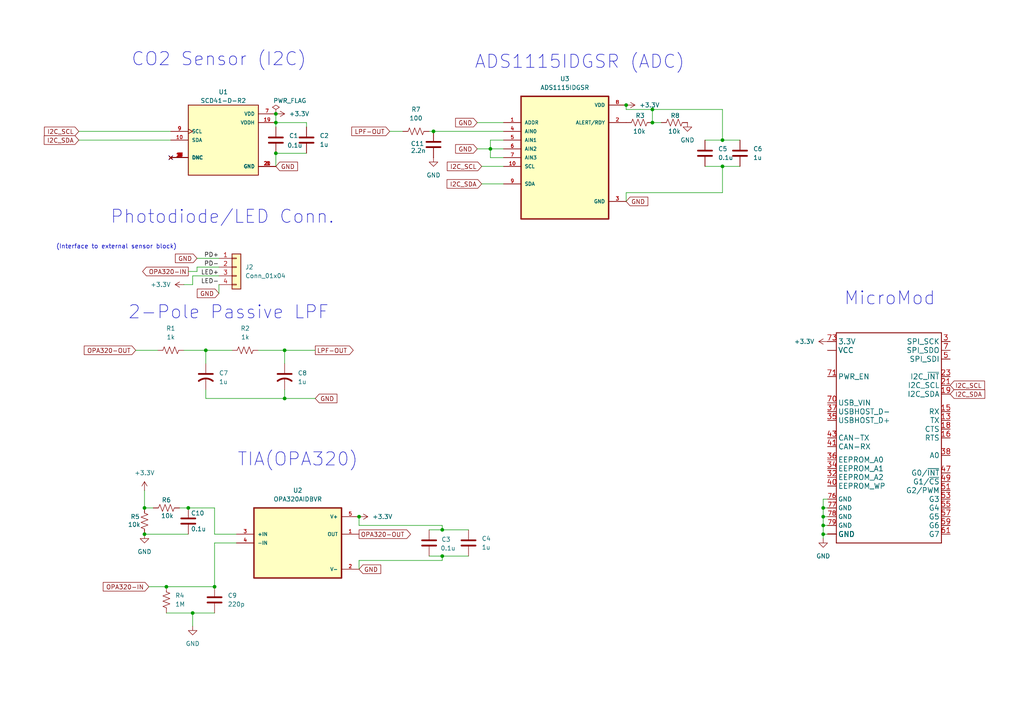
<source format=kicad_sch>
(kicad_sch (version 20250114) (generator "eeschema") (generator_version "9.0")
  (paper "A4")
  (lib_symbols
    (symbol "ADS1115IDGSR:ADS1115IDGSR" (pin_names (offset 1.016))
      (property "Reference" "U" (at -12.7 18.78 0))
      (property "Value" "ADS1115IDGSR" (at -12.7 -21.78 0))
      (symbol "ADS1115IDGSR_0_0"
        (rectangle (start -12.7 -17.78) (end 12.7 17.78) (stroke (width 0.41)) (fill (type background)))
        (pin input line (at -17.78 10.16 0) (length 5.08) (name "ADDR") (number "1"))
        (pin input line (at -17.78 7.62 0) (length 5.08) (name "AIN0") (number "4"))
        (pin input line (at -17.78 5.08 0) (length 5.08) (name "AIN1") (number "5"))
        (pin input line (at -17.78 2.54 0) (length 5.08) (name "AIN2") (number "6"))
        (pin input line (at -17.78 0 0) (length 5.08) (name "AIN3") (number "7"))
        (pin input line (at -17.78 -2.54 0) (length 5.08) (name "SCL") (number "10"))
        (pin bidirectional line (at -17.78 -7.62 0) (length 5.08) (name "SDA") (number "9"))
        (pin power_in line (at 17.78 15.24 180) (length 5.08) (name "VDD") (number "8"))
        (pin output line (at 17.78 10.16 180) (length 5.08) (name "ALERT/RDY") (number "2"))
        (pin power_in line (at 17.78 -12.7 180) (length 5.08) (name "GND") (number "3"))
      )
    )
    (symbol "Connector_Generic:Conn_01x04" (pin_names (offset 1.016) (hide yes))
      (property "Reference" "J" (at 0 5.08 0))
      (property "Value" "Conn_01x04" (at 0 -7.62 0))
      (symbol "Conn_01x04_1_1"
        (rectangle (start -1.27 3.81) (end 1.27 -6.35) (stroke (width 0.254)) (fill (type background)))
        (rectangle (start -1.27 2.667) (end 0 2.413) (stroke (width 0.1524)))
        (rectangle (start -1.27 0.127) (end 0 -0.127) (stroke (width 0.1524)))
        (rectangle (start -1.27 -2.413) (end 0 -2.667) (stroke (width 0.1524)))
        (rectangle (start -1.27 -4.953) (end 0 -5.207) (stroke (width 0.1524)))
        (pin passive line (at -5.08 2.54 0) (length 3.81) (name "Pin_1") (number "1"))
        (pin passive line (at -5.08 0 0) (length 3.81) (name "Pin_2") (number "2"))
        (pin passive line (at -5.08 -2.54 0) (length 3.81) (name "Pin_3") (number "3"))
        (pin passive line (at -5.08 -5.08 0) (length 3.81) (name "Pin_4") (number "4"))
      )
    )
    (symbol "Device:C" (pin_numbers (hide yes)) (pin_names (offset 0.254))
      (property "Reference" "C" (at 0.635 2.54 0))
      (property "Value" "C" (at 0.635 -2.54 0))
      (symbol "C_0_1"
        (polyline (pts (xy -2.032 0.762) (xy 2.032 0.762)) (stroke (width 0.508)))
        (polyline (pts (xy -2.032 -0.762) (xy 2.032 -0.762)) (stroke (width 0.508)))
      )
      (symbol "C_1_1"
        (pin passive line (at 0 3.81 270) (length 2.794) (name "~") (number "1"))
        (pin passive line (at 0 -3.81 90) (length 2.794) (name "~") (number "2"))
      )
    )
    (symbol "Device:C_US" (pin_numbers (hide yes)) (pin_names (offset 0.254) (hide yes))
      (property "Reference" "C" (at 0.635 2.54 0))
      (property "Value" "C_US" (at 0.635 -2.54 0))
      (symbol "C_US_0_1"
        (polyline (pts (xy -2.032 0.762) (xy 2.032 0.762)) (stroke (width 0.508)))
        (arc (start -2.032 -1.27) (mid 0 -0.5572) (end 2.032 -1.27) (stroke (width 0.508)))
      )
      (symbol "C_US_1_1"
        (pin passive line (at 0 3.81 270) (length 2.794) (name "~") (number "1"))
        (pin passive line (at 0 -3.81 90) (length 3.302) (name "~") (number "2"))
      )
    )
    (symbol "Device:R_US" (pin_numbers (hide yes)) (pin_names (offset 0))
      (property "Reference" "R" (at 2.54 0 90))
      (property "Value" "R_US" (at -2.54 0 90))
      (symbol "R_US_0_1"
        (polyline (pts (xy 0 2.286) (xy 0 2.54)))
        (polyline (pts (xy 0 2.286) (xy 1.016 1.905) (xy 0 1.524) (xy -1.016 1.143) (xy 0 0.762)))
        (polyline (pts (xy 0 0.762) (xy 1.016 0.381) (xy 0 0) (xy -1.016 -0.381) (xy 0 -0.762)))
        (polyline (pts (xy 0 -0.762) (xy 1.016 -1.143) (xy 0 -1.524) (xy -1.016 -1.905) (xy 0 -2.286)))
        (polyline (pts (xy 0 -2.286) (xy 0 -2.54)))
      )
      (symbol "R_US_1_1"
        (pin passive line (at 0 3.81 270) (length 1.27) (name "~") (number "1"))
        (pin passive line (at 0 -3.81 90) (length 1.27) (name "~") (number "2"))
      )
    )
    (symbol "MOSAIC_function_board_symbols:MOSAIC_FUNCTION_BOARD_STANDARD"
      (symbol "MOSAIC_FUNCTION_BOARD_STANDARD_1_0"
        (polyline (pts (xy -15.24 27.94) (xy 15.24 27.94)) (stroke (width 0.254)))
        (polyline (pts (xy -15.24 -33.02) (xy -15.24 27.94)) (stroke (width 0.254)))
        (polyline (pts (xy 15.24 27.94) (xy 15.24 -33.02)) (stroke (width 0.254)))
        (polyline (pts (xy 15.24 -33.02) (xy -15.24 -33.02)) (stroke (width 0.254)))
        (pin bidirectional line (at -17.78 25.4 0) (length 2.54) (name "3.3V") (number "73"))
        (pin bidirectional line (at -17.78 22.86 0) (length 2.54) (name "VCC") (number "72"))
        (pin bidirectional line (at -17.78 22.86 0) (length 2.54) (name "VCC") (number "74"))
        (pin bidirectional line (at -17.78 15.24 0) (length 2.54) (name "PWR_EN") (number "71"))
        (pin bidirectional line (at -17.78 7.62 0) (length 2.54) (name "USB_VIN") (number "70"))
        (pin bidirectional line (at -17.78 5.08 0) (length 2.54) (name "USBHOST_D-") (number "37"))
        (pin bidirectional line (at -17.78 2.54 0) (length 2.54) (name "USBHOST_D+") (number "35"))
        (pin bidirectional line (at -17.78 -2.54 0) (length 2.54) (name "CAN-TX") (number "43"))
        (pin bidirectional line (at -17.78 -5.08 0) (length 2.54) (name "CAN-RX") (number "41"))
        (pin bidirectional line (at -17.78 -8.89 0) (length 2.54) (name "EEPROM_A0") (number "36"))
        (pin bidirectional line (at -17.78 -11.43 0) (length 2.54) (name "EEPROM_A1") (number "34"))
        (pin bidirectional line (at -17.78 -13.97 0) (length 2.54) (name "EEPROM_A2") (number "32"))
        (pin bidirectional line (at -17.78 -16.51 0) (length 2.54) (name "EEPROM_WP") (number "40"))
        (pin bidirectional line (at -17.78 -30.48 0) (length 2.54) (name "GND") (number "1"))
        (pin bidirectional line (at -17.78 -30.48 0) (length 2.54) (name "GND") (number "33"))
        (pin bidirectional line (at -17.78 -30.48 0) (length 2.54) (name "GND") (number "39"))
        (pin bidirectional line (at -17.78 -30.48 0) (length 2.54) (name "GND") (number "45"))
        (pin bidirectional line (at -17.78 -30.48 0) (length 2.54) (name "GND") (number "75"))
        (pin bidirectional line (at -17.78 -30.48 0) (length 2.54) (name "GND") (number "GND1"))
        (pin bidirectional line (at -17.78 -30.48 0) (length 2.54) (name "GND") (number "GND2"))
        (pin bidirectional line (at -17.78 -30.48 0) (length 2.54) (name "GND") (number "GND3"))
        (pin bidirectional line (at -17.78 -30.48 0) (length 2.54) (name "GND") (number "GND4"))
        (pin bidirectional line (at -17.78 -30.48 0) (length 2.54) (name "GND") (number "GND5"))
        (pin bidirectional line (at -17.78 -30.48 0) (length 2.54) (name "GND") (number "GND6"))
        (pin bidirectional line (at 17.78 25.4 180) (length 2.54) (name "SPI_SCK") (number "3"))
        (pin bidirectional line (at 17.78 22.86 180) (length 2.54) (name "SPI_SDO") (number "7"))
        (pin bidirectional line (at 17.78 20.32 180) (length 2.54) (name "SPI_SDI") (number "5"))
        (pin bidirectional line (at 17.78 15.24 180) (length 2.54) (name "I2C_~{INT}") (number "23"))
        (pin bidirectional line (at 17.78 12.7 180) (length 2.54) (name "I2C_SCL") (number "21"))
        (pin bidirectional line (at 17.78 10.16 180) (length 2.54) (name "I2C_SDA") (number "19"))
        (pin bidirectional line (at 17.78 5.08 180) (length 2.54) (name "RX") (number "15"))
        (pin bidirectional line (at 17.78 2.54 180) (length 2.54) (name "TX") (number "13"))
        (pin bidirectional line (at 17.78 0 180) (length 2.54) (name "CTS") (number "18"))
        (pin bidirectional line (at 17.78 -2.54 180) (length 2.54) (name "RTS") (number "16"))
        (pin bidirectional line (at 17.78 -7.62 180) (length 2.54) (name "A0") (number "38"))
        (pin bidirectional line (at 17.78 -12.7 180) (length 2.54) (name "G0/~{INT}") (number "47"))
        (pin bidirectional line (at 17.78 -15.24 180) (length 2.54) (name "G1/~{CS}") (number "49"))
        (pin bidirectional line (at 17.78 -17.78 180) (length 2.54) (name "G2/PWM") (number "51"))
        (pin bidirectional line (at 17.78 -20.32 180) (length 2.54) (name "G3") (number "53"))
        (pin bidirectional line (at 17.78 -22.86 180) (length 2.54) (name "G4") (number "55"))
        (pin bidirectional line (at 17.78 -25.4 180) (length 2.54) (name "G5") (number "57"))
        (pin bidirectional line (at 17.78 -27.94 180) (length 2.54) (name "G6") (number "59"))
        (pin bidirectional line (at 17.78 -30.48 180) (length 2.54) (name "G7") (number "61"))
      )
      (symbol "MOSAIC_FUNCTION_BOARD_STANDARD_1_1"
        (pin unspecified line (at -17.78 -20.32 0) (length 2.54) (name "GND") (number "76"))
        (pin unspecified line (at -17.78 -22.86 0) (length 2.54) (name "GND") (number "77"))
        (pin unspecified line (at -17.78 -25.4 0) (length 2.54) (name "GND") (number "78"))
        (pin unspecified line (at -17.78 -27.94 0) (length 2.54) (name "GND") (number "79"))
      )
    )
    (symbol "OPA320:OPA320AIDBVR" (pin_names (offset 1.016))
      (property "Reference" "U" (at -12.7 11.16 0))
      (property "Value" "OPA320AIDBVR" (at -12.7 -14.16 0))
      (symbol "OPA320AIDBVR_0_0"
        (rectangle (start -12.7 -10.16) (end 12.7 10.16) (stroke (width 0.41)) (fill (type background)))
        (pin input line (at -17.78 2.54 0) (length 5.08) (name "+IN") (number "3"))
        (pin input line (at -17.78 0 0) (length 5.08) (name "-IN") (number "4"))
        (pin power_in line (at 17.78 7.62 180) (length 5.08) (name "V+") (number "5"))
        (pin output line (at 17.78 2.54 180) (length 5.08) (name "OUT") (number "1"))
        (pin power_in line (at 17.78 -7.62 180) (length 5.08) (name "V-") (number "2"))
      )
    )
    (symbol "SCD41-D-R2:SCD41-D-R2" (pin_names (offset 1.016))
      (property "Reference" "U" (at -10.16 11.176 0))
      (property "Value" "SCD41-D-R2" (at -10.16 -12.7 0))
      (symbol "SCD41-D-R2_0_0"
        (rectangle (start -10.16 -10.16) (end 10.16 10.16) (stroke (width 0.254)) (fill (type background)))
        (pin input clock (at -15.24 2.54 0) (length 5.08) (name "SCL") (number "9"))
        (pin bidirectional line (at -15.24 0 0) (length 5.08) (name "SDA") (number "10"))
        (pin no_connect line (at -15.24 -5.08 0) (length 5.08) (name "DNC") (number "1"))
        (pin no_connect line (at -15.24 -5.08 0) (length 5.08) (name "DNC") (number "11"))
        (pin no_connect line (at -15.24 -5.08 0) (length 5.08) (name "DNC") (number "12"))
        (pin no_connect line (at -15.24 -5.08 0) (length 5.08) (name "DNC") (number "13"))
        (pin no_connect line (at -15.24 -5.08 0) (length 5.08) (name "DNC") (number "14"))
        (pin no_connect line (at -15.24 -5.08 0) (length 5.08) (name "DNC") (number "15"))
        (pin no_connect line (at -15.24 -5.08 0) (length 5.08) (name "DNC") (number "16"))
        (pin no_connect line (at -15.24 -5.08 0) (length 5.08) (name "DNC") (number "17"))
        (pin no_connect line (at -15.24 -5.08 0) (length 5.08) (name "DNC") (number "18"))
        (pin no_connect line (at -15.24 -5.08 0) (length 5.08) (name "DNC") (number "2"))
        (pin no_connect line (at -15.24 -5.08 0) (length 5.08) (name "DNC") (number "3"))
        (pin no_connect line (at -15.24 -5.08 0) (length 5.08) (name "DNC") (number "4"))
        (pin no_connect line (at -15.24 -5.08 0) (length 5.08) (name "DNC") (number "5"))
        (pin no_connect line (at -15.24 -5.08 0) (length 5.08) (name "DNC") (number "8"))
        (pin power_in line (at 15.24 7.62 180) (length 5.08) (name "VDD") (number "7"))
        (pin power_in line (at 15.24 5.08 180) (length 5.08) (name "VDDH") (number "19"))
        (pin power_in line (at 15.24 -7.62 180) (length 5.08) (name "GND") (number "20"))
        (pin power_in line (at 15.24 -7.62 180) (length 5.08) (name "GND") (number "21"))
        (pin power_in line (at 15.24 -7.62 180) (length 5.08) (name "GND") (number "6"))
      )
    )
    (symbol "power:+3.3V" (power) (pin_numbers (hide yes)) (pin_names (offset 0) (hide yes))
      (property "Value" "+3.3V" (at 0 3.556 0))
      (symbol "+3.3V_0_1"
        (polyline (pts (xy -0.762 1.27) (xy 0 2.54)))
        (polyline (pts (xy 0 2.54) (xy 0.762 1.27)))
        (polyline (pts (xy 0 0) (xy 0 2.54)))
      )
      (symbol "+3.3V_1_1"
        (pin power_in line (at 0 0 90) (length 0) (name "~") (number "1"))
      )
    )
    (symbol "power:GND" (power) (pin_numbers (hide yes)) (pin_names (offset 0) (hide yes))
      (property "Value" "GND" (at 0 -3.81 0))
      (symbol "GND_0_1"
        (polyline (pts (xy 0 0) (xy 0 -1.27) (xy 1.27 -1.27) (xy 0 -2.54) (xy -1.27 -1.27) (xy 0 -1.27)))
      )
      (symbol "GND_1_1"
        (pin power_in line (at 0 0 270) (length 0) (name "~") (number "1"))
      )
    )
    (symbol "power:PWR_FLAG" (power) (pin_numbers (hide yes)) (pin_names (offset 0) (hide yes))
      (property "Value" "PWR_FLAG" (at 0 3.81 0))
      (symbol "PWR_FLAG_0_0"
        (pin power_out line (at 0 0 90) (length 0) (name "~") (number "1"))
      )
      (symbol "PWR_FLAG_0_1"
        (polyline (pts (xy 0 0) (xy 0 1.27) (xy -1.016 1.905) (xy 0 2.54) (xy 1.016 1.905) (xy 0 1.27)))
      )
    )
  )
  (text "ADS1115IDGSR (ADC)" (at 168.148 18.034 0) (effects (font (size 3.81 3.81))))
  (text "CO2 Sensor (I2C)" (at 63.5 17.272 0) (effects (font (size 3.81 3.81))))
  (text "(Interface to external sensor block)\n\n" (at 33.782 72.644 0) (effects (font (size 1.27 1.27))))
  (text "2-Pole Passive LPF\n" (at 66.294 90.678 0) (effects (font (size 3.81 3.81))))
  (text "Photodiode/LED Conn." (at 64.516 62.992 0) (effects (font (size 3.81 3.81))))
  (text "MicroMod" (at 258.064 86.614 0) (effects (font (size 3.81 3.81))))
  (text "TIA(OPA320)" (at 86.36 133.35 0) (effects (font (size 3.81 3.81))))
  (junction (at 238.76 152.4))
  (junction (at 238.76 149.86))
  (junction (at 80.01 44.45))
  (junction (at 128.27 153.67))
  (junction (at 54.61 147.32))
  (junction (at 189.23 31.75))
  (junction (at 80.01 35.56))
  (junction (at 189.23 35.56))
  (junction (at 48.26 170.18))
  (junction (at 82.55 115.57))
  (junction (at 125.73 38.1))
  (junction (at 82.55 101.6))
  (junction (at 181.61 30.48))
  (junction (at 209.55 48.26))
  (junction (at 55.88 177.8))
  (junction (at 209.55 40.64))
  (junction (at 41.91 147.32))
  (junction (at 238.76 154.94))
  (junction (at 59.69 101.6))
  (junction (at 128.27 161.29))
  (junction (at 238.76 147.32))
  (junction (at 41.91 154.94))
  (junction (at 62.23 170.18))
  (junction (at 104.14 149.86))
  (junction (at 80.01 33.02))
  (junction (at 142.24 43.18))
  (no_connect (at 49.53 45.72))
  (wire (pts (xy 238.76 152.4) (xy 238.76 154.94)))
  (wire (pts (xy 146.05 43.18) (xy 142.24 43.18)))
  (wire (pts (xy 62.23 157.48) (xy 68.58 157.48)))
  (wire (pts (xy 240.03 154.94) (xy 238.76 154.94)))
  (wire (pts (xy 142.24 43.18) (xy 142.24 40.64)))
  (wire (pts (xy 41.91 147.32) (xy 44.45 147.32)))
  (wire (pts (xy 74.93 101.6) (xy 82.55 101.6)))
  (wire (pts (xy 125.73 38.1) (xy 146.05 38.1)))
  (wire (pts (xy 204.47 48.26) (xy 209.55 48.26)))
  (wire (pts (xy 57.15 77.47) (xy 57.15 78.74)))
  (wire (pts (xy 138.43 35.56) (xy 146.05 35.56)))
  (wire (pts (xy 59.69 113.03) (xy 59.69 115.57)))
  (wire (pts (xy 82.55 101.6) (xy 82.55 105.41)))
  (wire (pts (xy 88.9 35.56) (xy 88.9 36.83)))
  (wire (pts (xy 62.23 147.32) (xy 62.23 154.94)))
  (wire (pts (xy 209.55 55.88) (xy 209.55 48.26)))
  (wire (pts (xy 82.55 115.57) (xy 82.55 113.03)))
  (wire (pts (xy 54.61 78.74) (xy 57.15 78.74)))
  (wire (pts (xy 142.24 45.72) (xy 142.24 43.18)))
  (wire (pts (xy 88.9 35.56) (xy 80.01 35.56)))
  (wire (pts (xy 181.61 55.88) (xy 209.55 55.88)))
  (wire (pts (xy 181.61 30.48) (xy 181.61 31.75)))
  (wire (pts (xy 240.03 144.78) (xy 238.76 144.78)))
  (wire (pts (xy 146.05 45.72) (xy 142.24 45.72)))
  (wire (pts (xy 41.91 154.94) (xy 54.61 154.94)))
  (wire (pts (xy 57.15 77.47) (xy 63.5 77.47)))
  (wire (pts (xy 139.7 48.26) (xy 146.05 48.26)))
  (wire (pts (xy 124.46 153.67) (xy 128.27 153.67)))
  (wire (pts (xy 238.76 154.94) (xy 238.76 156.21)))
  (wire (pts (xy 124.46 161.29) (xy 128.27 161.29)))
  (wire (pts (xy 53.34 101.6) (xy 59.69 101.6)))
  (wire (pts (xy 238.76 147.32) (xy 238.76 149.86)))
  (wire (pts (xy 59.69 101.6) (xy 59.69 105.41)))
  (wire (pts (xy 63.5 82.55) (xy 63.5 85.09)))
  (wire (pts (xy 209.55 31.75) (xy 209.55 40.64)))
  (wire (pts (xy 189.23 31.75) (xy 209.55 31.75)))
  (wire (pts (xy 57.15 74.93) (xy 63.5 74.93)))
  (wire (pts (xy 238.76 144.78) (xy 238.76 147.32)))
  (wire (pts (xy 80.01 36.83) (xy 80.01 35.56)))
  (wire (pts (xy 240.03 147.32) (xy 238.76 147.32)))
  (wire (pts (xy 139.7 53.34) (xy 146.05 53.34)))
  (wire (pts (xy 82.55 115.57) (xy 91.44 115.57)))
  (wire (pts (xy 48.26 177.8) (xy 55.88 177.8)))
  (wire (pts (xy 43.18 170.18) (xy 48.26 170.18)))
  (wire (pts (xy 209.55 48.26) (xy 214.63 48.26)))
  (wire (pts (xy 80.01 44.45) (xy 88.9 44.45)))
  (wire (pts (xy 128.27 161.29) (xy 135.89 161.29)))
  (wire (pts (xy 62.23 170.18) (xy 62.23 157.48)))
  (wire (pts (xy 104.14 165.1) (xy 104.14 162.56)))
  (wire (pts (xy 138.43 43.18) (xy 142.24 43.18)))
  (wire (pts (xy 209.55 40.64) (xy 214.63 40.64)))
  (wire (pts (xy 62.23 154.94) (xy 68.58 154.94)))
  (wire (pts (xy 189.23 35.56) (xy 191.77 35.56)))
  (wire (pts (xy 128.27 152.4) (xy 128.27 153.67)))
  (wire (pts (xy 39.37 101.6) (xy 45.72 101.6)))
  (wire (pts (xy 22.86 40.64) (xy 49.53 40.64)))
  (wire (pts (xy 80.01 44.45) (xy 80.01 48.26)))
  (wire (pts (xy 124.46 38.1) (xy 125.73 38.1)))
  (wire (pts (xy 22.86 38.1) (xy 49.53 38.1)))
  (wire (pts (xy 82.55 101.6) (xy 91.44 101.6)))
  (wire (pts (xy 59.69 101.6) (xy 67.31 101.6)))
  (wire (pts (xy 80.01 33.02) (xy 80.01 35.56)))
  (wire (pts (xy 181.61 31.75) (xy 189.23 31.75)))
  (wire (pts (xy 104.14 149.86) (xy 104.14 152.4)))
  (wire (pts (xy 240.03 152.4) (xy 238.76 152.4)))
  (wire (pts (xy 113.03 38.1) (xy 116.84 38.1)))
  (wire (pts (xy 104.14 152.4) (xy 128.27 152.4)))
  (wire (pts (xy 181.61 58.42) (xy 181.61 55.88)))
  (wire (pts (xy 52.07 147.32) (xy 54.61 147.32)))
  (wire (pts (xy 63.5 80.01) (xy 55.88 80.01)))
  (wire (pts (xy 54.61 147.32) (xy 62.23 147.32)))
  (wire (pts (xy 59.69 115.57) (xy 82.55 115.57)))
  (wire (pts (xy 104.14 162.56) (xy 128.27 162.56)))
  (wire (pts (xy 128.27 153.67) (xy 135.89 153.67)))
  (wire (pts (xy 240.03 149.86) (xy 238.76 149.86)))
  (wire (pts (xy 238.76 149.86) (xy 238.76 152.4)))
  (wire (pts (xy 146.05 40.64) (xy 142.24 40.64)))
  (wire (pts (xy 48.26 170.18) (xy 62.23 170.18)))
  (wire (pts (xy 55.88 80.01) (xy 55.88 82.55)))
  (wire (pts (xy 128.27 161.29) (xy 128.27 162.56)))
  (wire (pts (xy 55.88 82.55) (xy 53.34 82.55)))
  (wire (pts (xy 41.91 142.24) (xy 41.91 147.32)))
  (wire (pts (xy 55.88 177.8) (xy 55.88 181.61)))
  (wire (pts (xy 204.47 40.64) (xy 209.55 40.64)))
  (wire (pts (xy 189.23 31.75) (xy 189.23 35.56)))
  (wire (pts (xy 55.88 177.8) (xy 62.23 177.8)))
  (label "LED-" (at 63.5 82.55 180))
  (label "LED+" (at 63.5 80.01 180))
  (label "PD+" (at 63.5 74.93 180))
  (label "PD-" (at 63.5 77.47 180))
  (global_label "LPF-OUT" (shape input) (at 113.03 38.1 180) (property "Intersheetrefs" "${INTERSHEET_REFS}" (effects (hide yes))))
  (global_label "OPA320-IN" (shape input) (at 43.18 170.18 180) (property "Intersheetrefs" "${INTERSHEET_REFS}" (effects (hide yes))))
  (global_label "GND" (shape input) (at 57.15 74.93 180) (property "Intersheetrefs" "${INTERSHEET_REFS}" (effects (hide yes))))
  (global_label "LPF-OUT" (shape output) (at 91.44 101.6 0) (property "Intersheetrefs" "${INTERSHEET_REFS}" (effects (hide yes))))
  (global_label "GND" (shape input) (at 63.5 85.09 180) (property "Intersheetrefs" "${INTERSHEET_REFS}" (effects (hide yes))))
  (global_label "I2C_SCL" (shape input) (at 275.59 111.76 0) (property "Intersheetrefs" "${INTERSHEET_REFS}" (effects (hide yes))))
  (global_label "I2C_SDA" (shape input) (at 139.7 53.34 180) (property "Intersheetrefs" "${INTERSHEET_REFS}" (effects (hide yes))))
  (global_label "I2C_SCL" (shape input) (at 139.7 48.26 180) (property "Intersheetrefs" "${INTERSHEET_REFS}" (effects (hide yes))))
  (global_label "OPA320-OUT" (shape input) (at 39.37 101.6 180) (property "Intersheetrefs" "${INTERSHEET_REFS}" (effects (hide yes))))
  (global_label "GND" (shape input) (at 80.01 48.26 0) (property "Intersheetrefs" "${INTERSHEET_REFS}" (effects (hide yes))))
  (global_label "GND" (shape input) (at 104.14 165.1 0) (property "Intersheetrefs" "${INTERSHEET_REFS}" (effects (hide yes))))
  (global_label "GND" (shape input) (at 138.43 35.56 180) (property "Intersheetrefs" "${INTERSHEET_REFS}" (effects (hide yes))))
  (global_label "I2C_SCL" (shape input) (at 22.86 38.1 180) (property "Intersheetrefs" "${INTERSHEET_REFS}" (effects (hide yes))))
  (global_label "GND" (shape input) (at 181.61 58.42 0) (property "Intersheetrefs" "${INTERSHEET_REFS}" (effects (hide yes))))
  (global_label "OPA320-IN" (shape output) (at 54.61 78.74 180) (property "Intersheetrefs" "${INTERSHEET_REFS}" (effects (hide yes))))
  (global_label "GND" (shape input) (at 138.43 43.18 180) (property "Intersheetrefs" "${INTERSHEET_REFS}" (effects (hide yes))))
  (global_label "OPA320-OUT" (shape output) (at 104.14 154.94 0) (property "Intersheetrefs" "${INTERSHEET_REFS}" (effects (hide yes))))
  (global_label "GND" (shape input) (at 91.44 115.57 0) (property "Intersheetrefs" "${INTERSHEET_REFS}" (effects (hide yes))))
  (global_label "I2C_SDA" (shape input) (at 275.59 114.3 0) (property "Intersheetrefs" "${INTERSHEET_REFS}" (effects (hide yes))))
  (global_label "I2C_SDA" (shape input) (at 22.86 40.64 180) (property "Intersheetrefs" "${INTERSHEET_REFS}" (effects (hide yes))))
  (symbol (lib_id "Device:C") (at 54.61 151.13 0) (unit 1)
    (property "Reference" "C10" (at 55.372 148.844 0) (effects (justify left)))
    (property "Value" "0.1u" (at 55.372 153.416 0) (effects (justify left)))
    (property "Footprint" "Capacitor_SMD:C_0805_2012Metric" (effects (hide yes)))
    (property "Description" "Unpolarized capacitor" (effects (hide yes)))
  )
  (symbol (lib_id "power:GND") (at 55.88 181.61 0) (unit 1)
    (property "Reference" "#PWR07" (effects (hide yes)))
    (property "Value" "GND" (at 55.88 186.69 0))
    (property "Description" "Power symbol creates a global label with name \"GND\" , ground" (effects (hide yes)))
  )
  (symbol (lib_id "Device:C") (at 88.9 40.64 0) (unit 1)
    (property "Reference" "C2" (at 92.71 39.3699 0) (effects (justify left)))
    (property "Value" "1u" (at 92.71 41.9099 0) (effects (justify left)))
    (property "Footprint" "Capacitor_SMD:C_0805_2012Metric" (effects (hide yes)))
    (property "Description" "Unpolarized capacitor" (effects (hide yes)))
  )
  (symbol (lib_id "Device:C") (at 80.01 40.64 0) (unit 1)
    (property "Reference" "C1" (at 83.82 39.3699 0) (effects (justify left)))
    (property "Value" "0.1u" (at 83.312 42.164 0) (effects (justify left)))
    (property "Footprint" "Capacitor_SMD:C_0805_2012Metric" (effects (hide yes)))
    (property "Description" "Unpolarized capacitor" (effects (hide yes)))
  )
  (symbol (lib_id "MOSAIC_function_board_symbols:MOSAIC_FUNCTION_BOARD_STANDARD") (at 257.81 124.46 0) (unit 1)
    (property "Reference" "J1" (effects (hide yes)))
    (property "Footprint" "MOSAIC_function_board_footprints:M.2-CARD-E-22_FUNCTION_STANDARD" (effects (hide yes)))
    (property "Description" "Function Board Connector\n\nDescription: A card edge connector and mating PCB connector to allow various MicroMod/MOSAIC Processor Boards to be coupled with various carrier boards of different capabilities. Based on the M.2 standard." (effects (hide yes)))
  )
  (symbol (lib_id "Device:R_US") (at 185.42 35.56 270) (unit 1)
    (property "Reference" "R3" (at 185.674 33.528 90))
    (property "Value" "10k" (at 185.42 38.1 90))
    (property "Footprint" "Resistor_SMD:R_0603_1608Metric_Pad0.98x0.95mm_HandSolder" (effects (hide yes)))
    (property "Description" "Resistor, US symbol" (effects (hide yes)))
  )
  (symbol (lib_id "Device:R_US") (at 195.58 35.56 270) (unit 1)
    (property "Reference" "R8" (at 195.834 33.528 90))
    (property "Value" "10k" (at 195.58 38.1 90))
    (property "Footprint" "Resistor_SMD:R_0603_1608Metric_Pad0.98x0.95mm_HandSolder" (effects (hide yes)))
    (property "Description" "Resistor, US symbol" (effects (hide yes)))
  )
  (symbol (lib_id "Device:R_US") (at 41.91 151.13 0) (unit 1)
    (property "Reference" "R5" (at 37.846 149.86 0) (effects (justify left)))
    (property "Value" "10k" (at 37.084 152.146 0) (effects (justify left)))
    (property "Footprint" "Resistor_SMD:R_0603_1608Metric" (effects (hide yes)))
    (property "Description" "Resistor, US symbol" (effects (hide yes)))
  )
  (symbol (lib_id "power:+3.3V") (at 41.91 142.24 0) (unit 1)
    (property "Reference" "#PWR08" (effects (hide yes)))
    (property "Value" "+3.3V" (at 41.91 137.16 0))
    (property "Description" "Power symbol creates a global label with name \"+3.3V\"" (effects (hide yes)))
  )
  (symbol (lib_id "Device:R_US") (at 48.26 147.32 90) (unit 1)
    (property "Reference" "R6" (at 48.26 145.034 90))
    (property "Value" "10k" (at 48.514 149.606 90))
    (property "Footprint" "Resistor_SMD:R_0603_1608Metric" (effects (hide yes)))
    (property "Description" "Resistor, US symbol" (effects (hide yes)))
  )
  (symbol (lib_id "power:+3.3V") (at 104.14 149.86 270) (unit 1)
    (property "Reference" "#PWR03" (effects (hide yes)))
    (property "Value" "+3.3V" (at 107.95 149.8599 90) (effects (justify left)))
    (property "Description" "Power symbol creates a global label with name \"+3.3V\"" (effects (hide yes)))
  )
  (symbol (lib_id "Device:R_US") (at 48.26 173.99 0) (unit 1)
    (property "Reference" "R4" (at 50.8 172.7199 0) (effects (justify left)))
    (property "Value" "1M" (at 50.8 175.2599 0) (effects (justify left)))
    (property "Footprint" "Resistor_SMD:R_0603_1608Metric" (effects (hide yes)))
    (property "Description" "Resistor, US symbol" (effects (hide yes)))
  )
  (symbol (lib_id "Device:C") (at 204.47 44.45 0) (unit 1)
    (property "Reference" "C5" (at 208.28 43.1799 0) (effects (justify left)))
    (property "Value" "0.1u" (at 208.28 45.7199 0) (effects (justify left)))
    (property "Footprint" "Capacitor_SMD:C_0805_2012Metric" (effects (hide yes)))
    (property "Description" "Unpolarized capacitor" (effects (hide yes)))
  )
  (symbol (lib_id "power:+3.3V") (at 80.01 33.02 270) (unit 1)
    (property "Reference" "#PWR02" (effects (hide yes)))
    (property "Value" "+3.3V" (at 83.82 33.0199 90) (effects (justify left)))
    (property "Description" "Power symbol creates a global label with name \"+3.3V\"" (effects (hide yes)))
  )
  (symbol (lib_id "Device:C") (at 125.73 41.91 0) (unit 1)
    (property "Reference" "C11" (at 119.126 41.656 0) (effects (justify left)))
    (property "Value" "2.2n" (at 119.126 43.688 0) (effects (justify left)))
    (property "Footprint" "Capacitor_SMD:C_0805_2012Metric" (effects (hide yes)))
    (property "Description" "Unpolarized capacitor" (effects (hide yes)))
  )
  (symbol (lib_id "Device:C") (at 124.46 157.48 0) (unit 1)
    (property "Reference" "C3" (at 128.016 156.464 0) (effects (justify left)))
    (property "Value" "0.1u" (at 127.762 159.004 0) (effects (justify left)))
    (property "Footprint" "Capacitor_SMD:C_0805_2012Metric" (effects (hide yes)))
    (property "Description" "Unpolarized capacitor" (effects (hide yes)))
  )
  (symbol (lib_id "SCD41-D-R2:SCD41-D-R2") (at 64.77 40.64 0) (unit 1)
    (property "Reference" "U1" (at 64.77 26.67 0))
    (property "Value" "SCD41-D-R2" (at 64.77 29.21 0))
    (property "Footprint" "SensironCO2_FP:XDCR_SCD41-D-R2" (effects (hide yes)))
    (property "MF" "Sensirion AG" (effects (hide yes)))
    (property "MAXIMUM_PACKAGE_HEIGHT" "6.8mm" (effects (hide yes)))
    (property "Package" "None" (effects (hide yes)))
    (property "Price" "None" (effects (hide yes)))
    (property "Check_prices" "https://www.snapeda.com/parts/SCD41-D-R2/Sensirion/view-part/?ref=eda" (effects (hide yes)))
    (property "STANDARD" "Manufacturer Recommendations" (effects (hide yes)))
    (property "PARTREV" "1.2" (effects (hide yes)))
    (property "SnapEDA_Link" "https://www.snapeda.com/parts/SCD41-D-R2/Sensirion/view-part/?ref=snap" (effects (hide yes)))
    (property "MP" "SCD41-D-R2" (effects (hide yes)))
    (property "Description_1" "Air Quality Sensor CO2 Sensor 2.5V/3.3V/5V 20-Pin SMD EP" (effects (hide yes)))
    (property "MANUFACTURER" "Sensirion" (effects (hide yes)))
    (property "Availability" "In Stock" (effects (hide yes)))
    (property "SNAPEDA_PN" "SCD41-D-R2" (effects (hide yes)))
  )
  (symbol (lib_id "Device:C") (at 135.89 157.48 0) (unit 1)
    (property "Reference" "C4" (at 139.7 156.2099 0) (effects (justify left)))
    (property "Value" "1u" (at 139.7 158.7499 0) (effects (justify left)))
    (property "Footprint" "Capacitor_SMD:C_0805_2012Metric" (effects (hide yes)))
    (property "Description" "Unpolarized capacitor" (effects (hide yes)))
  )
  (symbol (lib_id "Device:R_US") (at 49.53 101.6 90) (unit 1)
    (property "Reference" "R1" (at 49.53 95.25 90))
    (property "Value" "1k" (at 49.53 97.79 90))
    (property "Footprint" "Resistor_SMD:R_0603_1608Metric" (effects (hide yes)))
    (property "Description" "Resistor, US symbol" (effects (hide yes)))
  )
  (symbol (lib_id "power:+3.3V") (at 240.03 99.06 90) (unit 1)
    (property "Reference" "#PWR04" (effects (hide yes)))
    (property "Value" "+3.3V" (at 236.22 99.0599 90) (effects (justify left)))
    (property "Description" "Power symbol creates a global label with name \"+3.3V\"" (effects (hide yes)))
  )
  (symbol (lib_id "power:GND") (at 199.39 35.56 0) (unit 1)
    (property "Reference" "#PWR011" (effects (hide yes)))
    (property "Value" "GND" (at 199.39 40.64 0))
    (property "Description" "Power symbol creates a global label with name \"GND\" , ground" (effects (hide yes)))
  )
  (symbol (lib_id "power:GND") (at 41.91 154.94 0) (unit 1)
    (property "Reference" "#PWR09" (effects (hide yes)))
    (property "Value" "GND" (at 41.91 160.02 0))
    (property "Description" "Power symbol creates a global label with name \"GND\" , ground" (effects (hide yes)))
  )
  (symbol (lib_id "power:+3.3V") (at 53.34 82.55 90) (unit 1)
    (property "Reference" "#PWR06" (effects (hide yes)))
    (property "Value" "+3.3V" (at 49.53 82.5499 90) (effects (justify left)))
    (property "Description" "Power symbol creates a global label with name \"+3.3V\"" (effects (hide yes)))
  )
  (symbol (lib_id "OPA320:OPA320AIDBVR") (at 86.36 157.48 0) (unit 1)
    (property "Reference" "U2" (at 86.36 142.24 0))
    (property "Value" "OPA320AIDBVR" (at 86.36 144.78 0))
    (property "Footprint" "Package_TO_SOT_SMD:SOT-23-5" (effects (hide yes)))
    (property "MF" "Texas Instruments" (effects (hide yes)))
    (property "Description_1" "Precision, zero-crossover, 20-MHz, 0.9-pA Ib, RRIO, CMOS operational amplifier" (effects (hide yes)))
    (property "Package" "SOT-23-5 Texas Instruments" (effects (hide yes)))
    (property "Price" "None" (effects (hide yes)))
    (property "SnapEDA_Link" "https://www.snapeda.com/parts/OPA320AIDBVR/Texas+Instruments/view-part/?ref=snap" (effects (hide yes)))
    (property "MP" "OPA320AIDBVR" (effects (hide yes)))
    (property "Availability" "In Stock" (effects (hide yes)))
    (property "Check_prices" "https://www.snapeda.com/parts/OPA320AIDBVR/Texas+Instruments/view-part/?ref=eda" (effects (hide yes)))
  )
  (symbol (lib_id "power:+3.3V") (at 181.61 30.48 270) (unit 1)
    (property "Reference" "#PWR05" (effects (hide yes)))
    (property "Value" "+3.3V" (at 185.42 30.4799 90) (effects (justify left)))
    (property "Description" "Power symbol creates a global label with name \"+3.3V\"" (effects (hide yes)))
  )
  (symbol (lib_id "Device:R_US") (at 120.65 38.1 90) (unit 1)
    (property "Reference" "R7" (at 120.65 31.75 90))
    (property "Value" "100" (at 120.65 34.29 90))
    (property "Footprint" "Resistor_SMD:R_0603_1608Metric" (effects (hide yes)))
    (property "Description" "Resistor, US symbol" (effects (hide yes)))
  )
  (symbol (lib_id "ADS1115IDGSR:ADS1115IDGSR") (at 163.83 45.72 0) (unit 1)
    (property "Reference" "U3" (at 163.83 22.86 0))
    (property "Value" "ADS1115IDGSR" (at 163.83 25.4 0))
    (property "Footprint" "Package_SO:VSSOP-10_3x3mm_P0.5mm" (effects (hide yes)))
    (property "MF" "Texas Instruments" (effects (hide yes)))
    (property "Description_1" "16-bit, 860-SPS, 4-channel, delta-sigma ADC with PGA, oscillator, VREF, comparator and I2C" (effects (hide yes)))
    (property "Package" "VSSOP-10 Texas Instruments" (effects (hide yes)))
    (property "Price" "None" (effects (hide yes)))
    (property "SnapEDA_Link" "https://www.snapeda.com/parts/ADS1115IDGSR/Texas+Instruments/view-part/?ref=snap" (effects (hide yes)))
    (property "MP" "ADS1115IDGSR" (effects (hide yes)))
    (property "Availability" "In Stock" (effects (hide yes)))
    (property "Check_prices" "https://www.snapeda.com/parts/ADS1115IDGSR/Texas+Instruments/view-part/?ref=eda" (effects (hide yes)))
  )
  (symbol (lib_id "Device:R_US") (at 71.12 101.6 90) (unit 1)
    (property "Reference" "R2" (at 71.12 95.25 90))
    (property "Value" "1k" (at 71.12 97.79 90))
    (property "Footprint" "Resistor_SMD:R_0603_1608Metric" (effects (hide yes)))
    (property "Description" "Resistor, US symbol" (effects (hide yes)))
  )
  (symbol (lib_id "Device:C") (at 62.23 173.99 0) (unit 1)
    (property "Reference" "C9" (at 66.04 172.7199 0) (effects (justify left)))
    (property "Value" "220p" (at 66.04 175.2599 0) (effects (justify left)))
    (property "Footprint" "Capacitor_SMD:C_0805_2012Metric" (effects (hide yes)))
    (property "Description" "Unpolarized capacitor" (effects (hide yes)))
  )
  (symbol (lib_id "power:GND") (at 238.76 156.21 0) (unit 1)
    (property "Reference" "#PWR01" (effects (hide yes)))
    (property "Value" "GND" (at 238.76 161.29 0))
    (property "Description" "Power symbol creates a global label with name \"GND\" , ground" (effects (hide yes)))
  )
  (symbol (lib_id "Device:C_US") (at 82.55 109.22 0) (unit 1)
    (property "Reference" "C8" (at 86.36 108.2039 0) (effects (justify left)))
    (property "Value" "1u" (at 86.36 110.7439 0) (effects (justify left)))
    (property "Footprint" "Capacitor_SMD:C_0805_2012Metric_Pad1.18x1.45mm_HandSolder" (effects (hide yes)))
    (property "Description" "capacitor, US symbol" (effects (hide yes)))
  )
  (symbol (lib_id "power:GND") (at 125.73 45.72 0) (unit 1)
    (property "Reference" "#PWR010" (effects (hide yes)))
    (property "Value" "GND" (at 125.73 50.8 0))
    (property "Description" "Power symbol creates a global label with name \"GND\" , ground" (effects (hide yes)))
  )
  (symbol (lib_id "Device:C") (at 214.63 44.45 0) (unit 1)
    (property "Reference" "C6" (at 218.44 43.1799 0) (effects (justify left)))
    (property "Value" "1u" (at 218.44 45.7199 0) (effects (justify left)))
    (property "Footprint" "Capacitor_SMD:C_0805_2012Metric" (effects (hide yes)))
    (property "Description" "Unpolarized capacitor" (effects (hide yes)))
  )
  (symbol (lib_id "power:PWR_FLAG") (at 80.01 33.02 0) (unit 1)
    (property "Reference" "#FLG01" (effects (hide yes)))
    (property "Value" "PWR_FLAG" (at 84.074 29.21 0))
    (property "Description" "Special symbol for telling ERC where power comes from" (effects (hide yes)))
  )
  (symbol (lib_id "Device:C_US") (at 59.69 109.22 0) (unit 1)
    (property "Reference" "C7" (at 63.5 108.2039 0) (effects (justify left)))
    (property "Value" "1u" (at 63.5 110.7439 0) (effects (justify left)))
    (property "Footprint" "Capacitor_SMD:C_0805_2012Metric_Pad1.18x1.45mm_HandSolder" (effects (hide yes)))
    (property "Description" "capacitor, US symbol" (effects (hide yes)))
  )
  (symbol (lib_id "Connector_Generic:Conn_01x04") (at 68.58 77.47 0) (unit 1)
    (property "Reference" "J2" (at 71.12 77.4699 0) (effects (justify left)))
    (property "Value" "Conn_01x04" (at 71.12 80.0099 0) (effects (justify left)))
    (property "Footprint" "Connector_JST:JST_PH_B4B-PH-SM4-TB_1x04-1MP_P2.00mm_Vertical" (effects (hide yes)))
    (property "Description" "Generic connector, single row, 01x04, script generated (kicad-library-utils/schlib/autogen/connector/)" (effects (hide yes)))
  )
)
</source>
